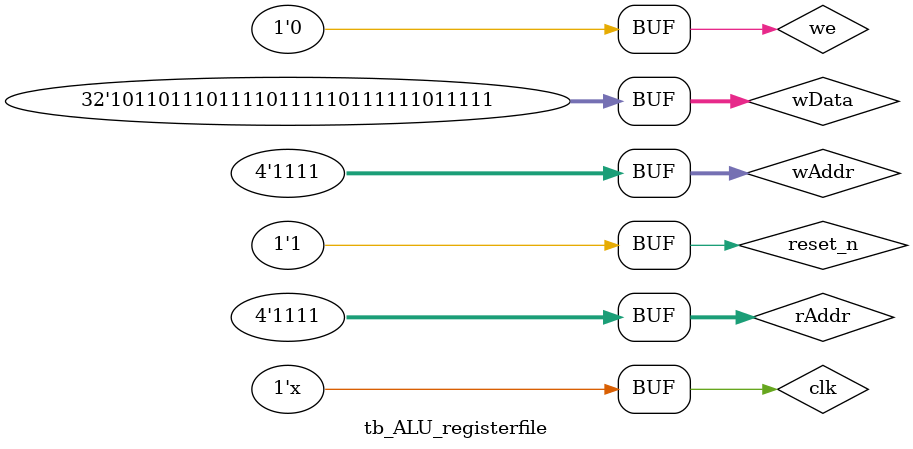
<source format=v>
`timescale 1ns/100ps

module tb_ALU_registerfile;
	reg clk, reset_n, we;
	reg[3:0] wAddr, rAddr;
	reg[31:0] wData;
	wire[31:0] rData;
	
	ALU_registerfile ALU_registerfile_1(clk, reset_n, wAddr, wData, we, rAddr, rData);
	
	always
		begin
			#5; clk = ~clk; //cycle of clock is 10ns
		end
		
	initial
		begin
			clk = 0; reset_n = 1; we = 0; wAddr = 4'b0000; rAddr = 4'b0000; #4; //read 1st register(but x value)
			reset_n = 0; #10; reset_n = 1; #10; //resetted
			wAddr = 4'b0000; wData = 32'b0101_1011_1011_1101_1111_0111_1110_1111; #10;//write 1st register(but not be writted), read 1st register
			we = 1; wAddr = 4'b0001; wData = 32'b0101_1011_1011_1101_1111_0111_1110_1111; #10;//write 2nd register
			we = 0; rAddr = 4'b0001; #10; //read 2nd register
			we = 1; wAddr = 4'b0111; wData = 32'b1011_0111_0111_1011_1110_1111_1101_1111; #10;//write 8th register
			we = 0; rAddr = 4'b0111; #10; //read 8th register
			wAddr = 4'b1000; wData = 32'b0101_1011_1011_1101_1111_0111_1110_1111; #10;//write 9th register(but not be writted), read 1st register
			we = 1; wAddr = 4'b1001; wData = 32'b0101_1011_1011_1101_1111_0111_1110_1111; #10;//write 10th register
			we = 0; rAddr = 4'b1001; #10; //read 10th register
			we = 1; wAddr = 4'b1111; wData = 32'b1011_0111_0111_1011_1110_1111_1101_1111; #10;//write 16th register
			we = 0; rAddr = 4'b1111; #10; //read 16th register
			
			/*
			clk = 0; reset_n = 1; we = 0;
			reset_n = 0; #10; reset_n = 1; #10; //resetted
			we = 1; wAddr = 4'b0000; wData = 1; #10;//write 1
			we = 1; wAddr = 4'b0001; wData = 2; #10;//write 2
			we = 1; wAddr = 4'b0010; wData = 3; #10;//write 3
			we = 1; wAddr = 4'b0011; wData = 4; #10;//write 4
			we = 1; wAddr = 4'b0100; wData = 5; #10;//write 5
			we = 1; wAddr = 4'b0101; wData = 6; #10;//write 6
			we = 1; wAddr = 4'b0110; wData = 7; #10;//write 7
			we = 1; wAddr = 4'b0111; wData = 8; #10;//write 8
			we = 1; wAddr = 4'b1000; wData = 9; #10;//write 9
			we = 1; wAddr = 4'b1001; wData = 10; #10;//write 10
			we = 1; wAddr = 4'b1010; wData = 11; #10;//write 11
			we = 1; wAddr = 4'b1011; wData = 12; #10;//write 12
			we = 1; wAddr = 4'b1100; wData = 13; #10;//write 13
			we = 1; wAddr = 4'b1101; wData = 14; #10;//write 14
			we = 1; wAddr = 4'b1110; wData = 15; #10;//write 15
			we = 1; wAddr = 4'b1111; wData = 16; #10;//write 16
			we = 0; rAddr = 4'b0000; #10;//read 1
			we = 0; rAddr = 4'b0001; #10;//read 2
			we = 0; rAddr = 4'b0010; #10;//read 3
			we = 0; rAddr = 4'b0011; #10;//read 4
			we = 0; rAddr = 4'b0100; #10;//read 5
			we = 0; rAddr = 4'b0101; #10;//read 6
			we = 0; rAddr = 4'b0110; #10;//read 7
			we = 0; rAddr = 4'b0111; #10;//read 8
			we = 0; rAddr = 4'b1000; #10;//read 9
			we = 0; rAddr = 4'b1001; #10;//read 10
			we = 0; rAddr = 4'b1010; #10;//read 11
			we = 0; rAddr = 4'b1011; #10;//read 12
			we = 0; rAddr = 4'b1100; #10;//read 13
			we = 0; rAddr = 4'b1101; #10;//read 14
			we = 0; rAddr = 4'b1110; #10;//read 15
			we = 0; rAddr = 4'b1111; #10;//read 16
			*/
		end
endmodule 
</source>
